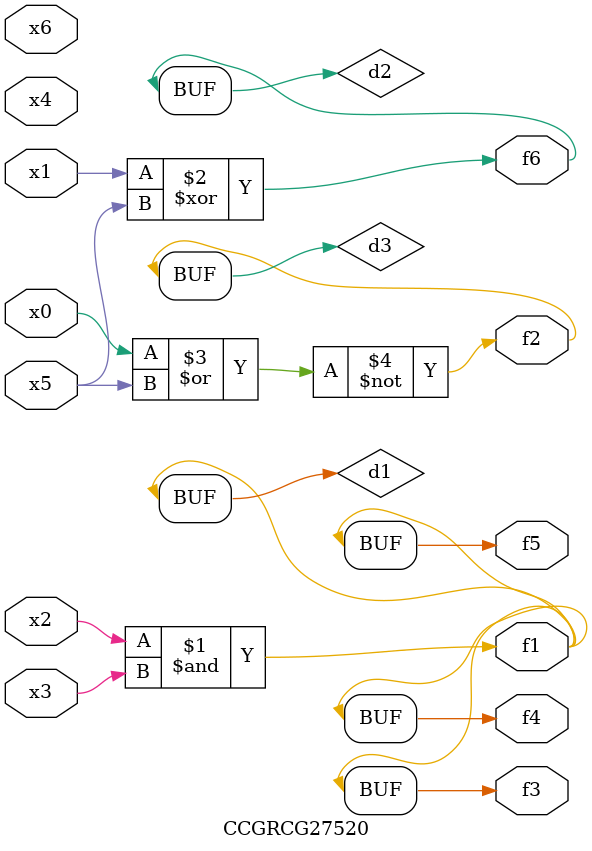
<source format=v>
module CCGRCG27520(
	input x0, x1, x2, x3, x4, x5, x6,
	output f1, f2, f3, f4, f5, f6
);

	wire d1, d2, d3;

	and (d1, x2, x3);
	xor (d2, x1, x5);
	nor (d3, x0, x5);
	assign f1 = d1;
	assign f2 = d3;
	assign f3 = d1;
	assign f4 = d1;
	assign f5 = d1;
	assign f6 = d2;
endmodule

</source>
